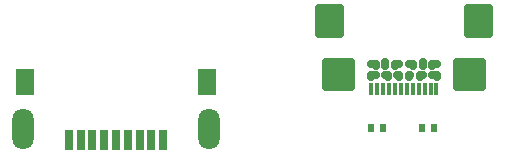
<source format=gtp>
G04 #@! TF.FileFunction,Paste,Top*
%FSLAX46Y46*%
G04 Gerber Fmt 4.6, Leading zero omitted, Abs format (unit mm)*
G04 Created by KiCad (PCBNEW (2016-03-18 BZR 6629, Git 60d93d0)-product) date 7/17/2016 1:37:33 PM*
%MOMM*%
G01*
G04 APERTURE LIST*
%ADD10C,0.150000*%
%ADD11C,0.650000*%
%ADD12R,0.300000X1.100000*%
%ADD13O,1.800000X3.500000*%
%ADD14R,0.700000X1.800000*%
%ADD15R,1.640000X2.200000*%
%ADD16R,0.600000X0.650000*%
G04 APERTURE END LIST*
D10*
D11*
X107899000Y-48586400D02*
X107899000Y-48286400D01*
X104699000Y-48586400D02*
X104699000Y-48286400D01*
X106699000Y-49386400D02*
X106849000Y-49386400D01*
X105899000Y-49386400D02*
X105749000Y-49386400D01*
X104949000Y-49386400D02*
X104699000Y-49386400D01*
X107649000Y-49386400D02*
X107899000Y-49386400D01*
X109099000Y-49386400D02*
X108699000Y-49386400D01*
X103499000Y-49386400D02*
X103899000Y-49386400D01*
X112899000Y-50436400D02*
X112899000Y-48286400D01*
X110749000Y-50436400D02*
X112899000Y-50436400D01*
X110749000Y-48286400D02*
X110749000Y-50436400D01*
X112899000Y-48286400D02*
X110749000Y-48286400D01*
X112299000Y-50386400D02*
X112299000Y-48286400D01*
X111699000Y-50436400D02*
X111699000Y-48286400D01*
X111199000Y-50436400D02*
X111199000Y-48286400D01*
X100149000Y-50436400D02*
X100149000Y-48286400D01*
X100649000Y-50436400D02*
X100649000Y-48286400D01*
X101249000Y-50386400D02*
X101249000Y-48286400D01*
X101849000Y-48286400D02*
X99699000Y-48286400D01*
X99699000Y-48286400D02*
X99699000Y-50436400D01*
X99699000Y-50436400D02*
X101849000Y-50436400D01*
X101849000Y-50436400D02*
X101849000Y-48286400D01*
X100249000Y-45936400D02*
X100249000Y-43686400D01*
X99699000Y-43686400D02*
X99699000Y-45936400D01*
X112349000Y-43686400D02*
X112349000Y-45936400D01*
X112899000Y-45936400D02*
X112899000Y-43686400D01*
X113499000Y-45936400D02*
X113499000Y-43686400D01*
X111749000Y-45936400D02*
X113499000Y-45936400D01*
X111749000Y-43686400D02*
X111749000Y-45936400D01*
X113499000Y-43686400D02*
X111749000Y-43686400D01*
X100849000Y-43686400D02*
X99099000Y-43686400D01*
X99099000Y-43686400D02*
X99099000Y-45936400D01*
X99099000Y-45936400D02*
X100849000Y-45936400D01*
X100849000Y-45936400D02*
X100849000Y-43686400D01*
X109099000Y-48436400D02*
X108699000Y-48436400D01*
X107099000Y-48436400D02*
X106699000Y-48436400D01*
X105899000Y-48436400D02*
X105499000Y-48436400D01*
X103899000Y-48436400D02*
X103499000Y-48436400D01*
X103899000Y-48586400D02*
X103899000Y-48436400D01*
X105499000Y-48586400D02*
X105499000Y-48436400D01*
X107099000Y-48586400D02*
X107099000Y-48436400D01*
X108699000Y-48586400D02*
X108699000Y-48436400D01*
X103499000Y-49386400D02*
X103499000Y-49556400D01*
X104949000Y-49386400D02*
X104949000Y-49556400D01*
X105899000Y-49386400D02*
X105899000Y-49556400D01*
X106699000Y-49386400D02*
X106699000Y-49556400D01*
X107649000Y-49386400D02*
X107649000Y-49556400D01*
X109099000Y-49386400D02*
X109099000Y-49556400D01*
D12*
X109049000Y-50596400D03*
X108549000Y-50596400D03*
X108049000Y-50596400D03*
X107549000Y-50596400D03*
X107049000Y-50596400D03*
X106549000Y-50596400D03*
X106049000Y-50596400D03*
X105549000Y-50596400D03*
X105049000Y-50596400D03*
X104549000Y-50596400D03*
X104049000Y-50596400D03*
X103549000Y-50596400D03*
D13*
X74015000Y-53958000D03*
X89815000Y-53958000D03*
D14*
X81915000Y-54858000D03*
X80915000Y-54858000D03*
X79915000Y-54858000D03*
X78915000Y-54858000D03*
X77915000Y-54858000D03*
X82915000Y-54858000D03*
X83915000Y-54858000D03*
X84915000Y-54858000D03*
X85915000Y-54858000D03*
D15*
X74245000Y-49958000D03*
X89585000Y-49958000D03*
D16*
X104513000Y-53848000D03*
X103513000Y-53848000D03*
X107831000Y-53848000D03*
X108831000Y-53848000D03*
M02*

</source>
